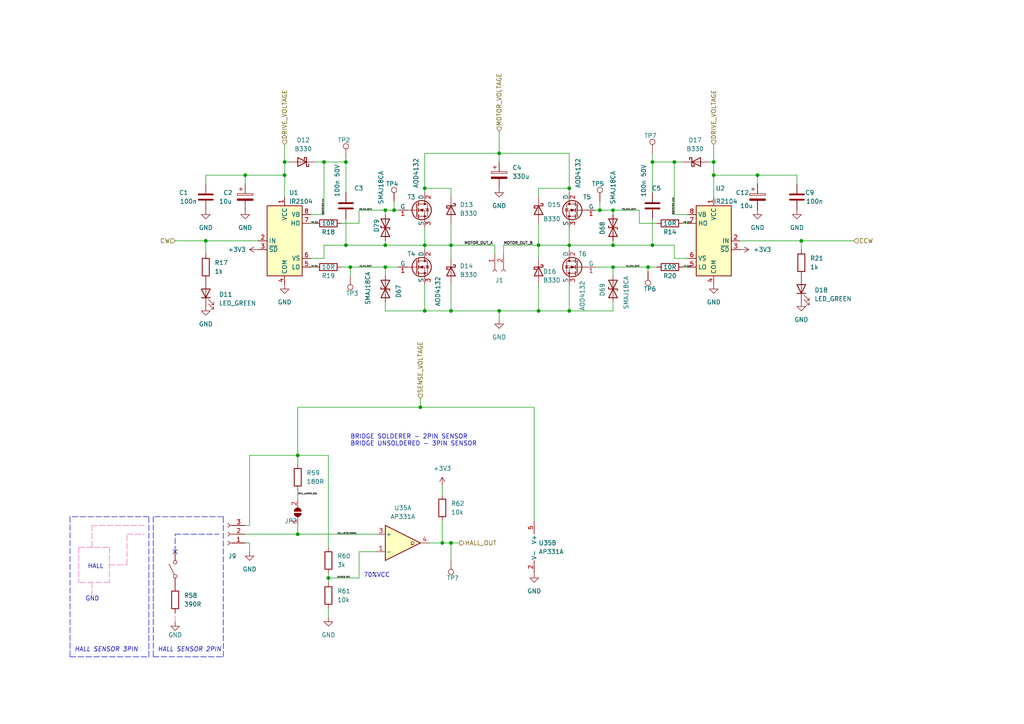
<source format=kicad_sch>
(kicad_sch (version 20211123) (generator eeschema)
  (paper "A4")
  (lib_symbols
    (symbol "Connector:Conn_01x02_Female" (pin_names (offset 1.016) hide)
      (property "Reference" "J" (at 0 2.54 0))
      (property "Value" "Conn_01x02_Female" (at 0 -5.08 0))
      (symbol "Conn_01x02_Female_1_1"
        (arc (start 0 -2.032) (mid -0.508 -2.54) (end 0 -3.048) (stroke (width 0.1524)))
        (polyline (pts (xy -1.27 -2.54) (xy -0.508 -2.54)) (stroke (width 0.1524)))
        (polyline (pts (xy -1.27 0) (xy -0.508 0)) (stroke (width 0.1524)))
        (arc (start 0 0.508) (mid -0.508 0) (end 0 -0.508) (stroke (width 0.1524)))
        (pin passive line (at -5.08 0 0) (length 3.81) (name "Pin_1") (number "1"))
        (pin passive line (at -5.08 -2.54 0) (length 3.81) (name "Pin_2") (number "2"))
      )
    )
    (symbol "Connector:Conn_01x03_Female" (pin_names (offset 1.016) hide)
      (property "Reference" "J" (at 0 5.08 0))
      (property "Value" "Conn_01x03_Female" (at 0 -5.08 0))
      (symbol "Conn_01x03_Female_1_1"
        (arc (start 0 -2.032) (mid -0.508 -2.54) (end 0 -3.048) (stroke (width 0.1524)))
        (polyline (pts (xy -1.27 -2.54) (xy -0.508 -2.54)) (stroke (width 0.1524)))
        (polyline (pts (xy -1.27 0) (xy -0.508 0)) (stroke (width 0.1524)))
        (polyline (pts (xy -1.27 2.54) (xy -0.508 2.54)) (stroke (width 0.1524)))
        (arc (start 0 0.508) (mid -0.508 0) (end 0 -0.508) (stroke (width 0.1524)))
        (arc (start 0 3.048) (mid -0.508 2.54) (end 0 2.032) (stroke (width 0.1524)))
        (pin passive line (at -5.08 2.54 0) (length 3.81) (name "Pin_1") (number "1"))
        (pin passive line (at -5.08 0 0) (length 3.81) (name "Pin_2") (number "2"))
        (pin passive line (at -5.08 -2.54 0) (length 3.81) (name "Pin_3") (number "3"))
      )
    )
    (symbol "Connector:TestPoint" (pin_numbers hide) (pin_names (offset 0.762) hide)
      (property "Reference" "TP" (at 0 6.858 0))
      (property "Value" "TestPoint" (at 0 5.08 0))
      (symbol "TestPoint_0_1"
        (circle (center 0 3.302) (radius 0.762))
      )
      (symbol "TestPoint_1_1"
        (pin passive line (at 0 0 90) (length 2.54) (name "1") (number "1"))
      )
    )
    (symbol "Device:C" (pin_numbers hide) (pin_names (offset 0.254))
      (property "Reference" "C" (at 0.635 2.54 0))
      (property "Value" "C" (at 0.635 -2.54 0))
      (symbol "C_0_1"
        (polyline (pts (xy -2.032 -0.762) (xy 2.032 -0.762)) (stroke (width 0.508)))
        (polyline (pts (xy -2.032 0.762) (xy 2.032 0.762)) (stroke (width 0.508)))
      )
      (symbol "C_1_1"
        (pin passive line (at 0 3.81 270) (length 2.794) (name "~") (number "1"))
        (pin passive line (at 0 -3.81 90) (length 2.794) (name "~") (number "2"))
      )
    )
    (symbol "Device:C_Polarized" (pin_numbers hide) (pin_names (offset 0.254))
      (property "Reference" "C" (at 0.635 2.54 0))
      (property "Value" "C_Polarized" (at 0.635 -2.54 0))
      (symbol "C_Polarized_0_1"
        (rectangle (start -2.286 0.508) (end 2.286 1.016))
        (polyline (pts (xy -1.778 2.286) (xy -0.762 2.286)))
        (polyline (pts (xy -1.27 2.794) (xy -1.27 1.778)))
        (rectangle (start 2.286 -0.508) (end -2.286 -1.016) (fill (type outline)))
      )
      (symbol "C_Polarized_1_1"
        (pin passive line (at 0 3.81 270) (length 2.794) (name "~") (number "1"))
        (pin passive line (at 0 -3.81 90) (length 2.794) (name "~") (number "2"))
      )
    )
    (symbol "Device:LED" (pin_numbers hide) (pin_names (offset 1.016) hide)
      (property "Reference" "D" (at 0 2.54 0))
      (property "Value" "LED" (at 0 -2.54 0))
      (symbol "LED_0_1"
        (polyline (pts (xy -1.27 -1.27) (xy -1.27 1.27)) (stroke (width 0.254)))
        (polyline (pts (xy -1.27 0) (xy 1.27 0)))
        (polyline (pts (xy 1.27 -1.27) (xy 1.27 1.27) (xy -1.27 0) (xy 1.27 -1.27)) (stroke (width 0.254)))
        (polyline (pts (xy -3.048 -0.762) (xy -4.572 -2.286) (xy -3.81 -2.286) (xy -4.572 -2.286) (xy -4.572 -1.524)))
        (polyline (pts (xy -1.778 -0.762) (xy -3.302 -2.286) (xy -2.54 -2.286) (xy -3.302 -2.286) (xy -3.302 -1.524)))
      )
      (symbol "LED_1_1"
        (pin passive line (at -3.81 0 0) (length 2.54) (name "K") (number "1"))
        (pin passive line (at 3.81 0 180) (length 2.54) (name "A") (number "2"))
      )
    )
    (symbol "Device:R" (pin_numbers hide) (pin_names (offset 0))
      (property "Reference" "R" (at 2.032 0 90))
      (property "Value" "R" (at 0 0 90))
      (symbol "R_0_1"
        (rectangle (start -1.016 -2.54) (end 1.016 2.54) (stroke (width 0.254)))
      )
      (symbol "R_1_1"
        (pin passive line (at 0 3.81 270) (length 1.27) (name "~") (number "1"))
        (pin passive line (at 0 -3.81 90) (length 1.27) (name "~") (number "2"))
      )
    )
    (symbol "Diode:1.5KExxCA" (pin_numbers hide) (pin_names (offset 1.016) hide)
      (property "Reference" "D" (at 0 2.54 0))
      (property "Value" "1.5KExxCA" (at 0 -2.54 0))
      (symbol "1.5KExxCA_0_1"
        (polyline (pts (xy 1.27 0) (xy -1.27 0)))
        (polyline (pts (xy -2.54 -1.27) (xy 0 0) (xy -2.54 1.27) (xy -2.54 -1.27)) (stroke (width 0.254)))
        (polyline (pts (xy 0.508 1.27) (xy 0 1.27) (xy 0 -1.27) (xy -0.508 -1.27)) (stroke (width 0.254)))
        (polyline (pts (xy 2.54 1.27) (xy 2.54 -1.27) (xy 0 0) (xy 2.54 1.27)) (stroke (width 0.254)))
      )
      (symbol "1.5KExxCA_1_1"
        (pin passive line (at -3.81 0 0) (length 2.54) (name "A1") (number "1"))
        (pin passive line (at 3.81 0 180) (length 2.54) (name "A2") (number "2"))
      )
    )
    (symbol "Diode:B330" (pin_numbers hide) (pin_names (offset 1.016) hide)
      (property "Reference" "D" (at 0 2.54 0))
      (property "Value" "B330" (at 0 -2.54 0))
      (symbol "B330_0_1"
        (polyline (pts (xy 1.27 0) (xy -1.27 0)))
        (polyline (pts (xy 1.27 1.27) (xy 1.27 -1.27) (xy -1.27 0) (xy 1.27 1.27)) (stroke (width 0.254)))
        (polyline (pts (xy -1.905 0.635) (xy -1.905 1.27) (xy -1.27 1.27) (xy -1.27 -1.27) (xy -0.635 -1.27) (xy -0.635 -0.635)) (stroke (width 0.254)))
      )
      (symbol "B330_1_1"
        (pin passive line (at -3.81 0 0) (length 2.54) (name "K") (number "1"))
        (pin passive line (at 3.81 0 180) (length 2.54) (name "A") (number "2"))
      )
    )
    (symbol "Jumper:SolderJumper_2_Open" (pin_names (offset 0) hide)
      (property "Reference" "JP" (at 0 2.032 0))
      (property "Value" "SolderJumper_2_Open" (at 0 -2.54 0))
      (symbol "SolderJumper_2_Open_0_1"
        (arc (start -0.254 1.016) (mid -1.27 0) (end -0.254 -1.016))
        (arc (start -0.254 1.016) (mid -1.27 0) (end -0.254 -1.016) (fill (type outline)))
        (polyline (pts (xy -0.254 1.016) (xy -0.254 -1.016)))
        (polyline (pts (xy 0.254 1.016) (xy 0.254 -1.016)))
        (arc (start 0.254 -1.016) (mid 1.27 0) (end 0.254 1.016))
        (arc (start 0.254 -1.016) (mid 1.27 0) (end 0.254 1.016) (fill (type outline)))
      )
      (symbol "SolderJumper_2_Open_1_1"
        (pin passive line (at -3.81 0 0) (length 2.54) (name "A") (number "1"))
        (pin passive line (at 3.81 0 180) (length 2.54) (name "B") (number "2"))
      )
    )
    (symbol "Switch:SW_SPST" (pin_numbers hide) (pin_names (offset 0) hide)
      (property "Reference" "SW" (at 0 3.175 0))
      (property "Value" "SW_SPST" (at 0 -2.54 0))
      (symbol "SW_SPST_0_0"
        (circle (center -2.032 0) (radius 0.508))
        (polyline (pts (xy -1.524 0.254) (xy 1.524 1.778)))
        (circle (center 2.032 0) (radius 0.508))
      )
      (symbol "SW_SPST_1_1"
        (pin passive line (at -5.08 0 0) (length 2.54) (name "A") (number "1"))
        (pin passive line (at 5.08 0 180) (length 2.54) (name "B") (number "2"))
      )
    )
    (symbol "_IntegratedCircuits:AP331A" (pin_names (offset 0.127))
      (property "Reference" "U" (at 0 12.7 0))
      (property "Value" "AP331A" (at 0 10.16 0))
      (symbol "AP331A_1_1"
        (polyline (pts (xy -5.08 5.08) (xy 5.08 0) (xy -5.08 -5.08) (xy -5.08 5.08)) (stroke (width 0.254)) (fill (type background)))
        (polyline (pts (xy 3.302 -0.508) (xy 2.794 -0.508) (xy 3.302 0) (xy 2.794 0.508) (xy 2.286 0) (xy 2.794 -0.508) (xy 2.286 -0.508)) (stroke (width 0.127)))
        (pin input line (at -7.62 -2.54 0) (length 2.54) (name "-") (number "1"))
        (pin input line (at -7.62 2.54 0) (length 2.54) (name "+") (number "3"))
        (pin open_collector line (at 7.62 0 180) (length 2.54) (name "~") (number "4"))
      )
      (symbol "AP331A_2_1"
        (pin power_in line (at 0 -7.62 90) (length 3.81) (name "V-") (number "2"))
        (pin power_in line (at 0 7.62 270) (length 3.81) (name "V+") (number "5"))
      )
    )
    (symbol "_IntegratedCircuits:IR2104"
      (property "Reference" "U" (at 1.27 13.335 0))
      (property "Value" "IR2104" (at 1.27 11.43 0))
      (symbol "IR2104_0_1"
        (rectangle (start -5.08 -10.16) (end 5.08 10.16) (stroke (width 0.254)) (fill (type background)))
      )
      (symbol "IR2104_1_1"
        (pin passive line (at 0 12.7 270) (length 2.54) (name "VCC") (number "1"))
        (pin passive line (at -7.62 0 0) (length 2.54) (name "IN") (number "2"))
        (pin passive line (at -7.62 -2.54 0) (length 2.54) (name "~{SD}") (number "3"))
        (pin passive line (at 0 -12.7 90) (length 2.54) (name "COM") (number "4"))
        (pin passive line (at 7.62 -7.62 180) (length 2.54) (name "LO") (number "5"))
        (pin passive line (at 7.62 -5.08 180) (length 2.54) (name "VS") (number "6"))
        (pin passive line (at 7.62 5.08 180) (length 2.54) (name "HO") (number "7"))
        (pin passive line (at 7.62 7.62 180) (length 2.54) (name "VB") (number "8"))
      )
    )
    (symbol "_Transistors:AOD4132" (pin_names (offset 0))
      (property "Reference" "T" (at 0 8.89 0))
      (property "Value" "AOD4132" (at 0 6.35 0))
      (symbol "AOD4132_0_1"
        (circle (center -0.889 0) (radius 2.794) (stroke (width 0.254)))
        (circle (center 0 -1.778) (radius 0.254) (fill (type outline)))
        (polyline (pts (xy -2.286 0) (xy -5.08 0)))
        (polyline (pts (xy -2.286 1.905) (xy -2.286 -1.905)) (stroke (width 0.254)))
        (polyline (pts (xy -1.778 -1.27) (xy -1.778 -2.286)) (stroke (width 0.254)))
        (polyline (pts (xy -1.778 0.508) (xy -1.778 -0.508)) (stroke (width 0.254)))
        (polyline (pts (xy -1.778 2.286) (xy -1.778 1.27)) (stroke (width 0.254)))
        (polyline (pts (xy 0 2.54) (xy 0 1.778)))
        (polyline (pts (xy 0 -2.54) (xy 0 0) (xy -1.778 0)))
        (polyline (pts (xy -1.778 -1.778) (xy 0.762 -1.778) (xy 0.762 1.778) (xy -1.778 1.778)))
        (polyline (pts (xy -1.524 0) (xy -0.508 0.381) (xy -0.508 -0.381) (xy -1.524 0)) (fill (type outline)))
        (polyline (pts (xy 0.254 0.508) (xy 0.381 0.381) (xy 1.143 0.381) (xy 1.27 0.254)))
        (polyline (pts (xy 0.762 0.381) (xy 0.381 -0.254) (xy 1.143 -0.254) (xy 0.762 0.381)))
        (circle (center 0 1.778) (radius 0.254) (fill (type outline)))
      )
      (symbol "AOD4132_1_1"
        (pin input line (at -7.62 0 0) (length 2.54) (name "G") (number "1"))
        (pin passive line (at 0 5.08 270) (length 2.54) (name "D") (number "2"))
        (pin passive line (at 0 -5.08 90) (length 2.54) (name "S") (number "3"))
      )
    )
    (symbol "power:+3.3V" (power) (pin_names (offset 0))
      (property "Value" "+3.3V" (at 0 3.556 0))
      (symbol "+3.3V_0_1"
        (polyline (pts (xy -0.762 1.27) (xy 0 2.54)))
        (polyline (pts (xy 0 0) (xy 0 2.54)))
        (polyline (pts (xy 0 2.54) (xy 0.762 1.27)))
      )
      (symbol "+3.3V_1_1"
        (pin power_in line (at 0 0 90) (length 0) hide (name "+3V3") (number "1"))
      )
    )
    (symbol "power:GND" (power) (pin_names (offset 0))
      (property "Value" "GND" (at 0 -3.81 0))
      (symbol "GND_0_1"
        (polyline (pts (xy 0 0) (xy 0 -1.27) (xy 1.27 -1.27) (xy 0 -2.54) (xy -1.27 -1.27) (xy 0 -1.27)))
      )
      (symbol "GND_1_1"
        (pin power_in line (at 0 0 270) (length 0) hide (name "GND") (number "1"))
      )
    )
  )
  (junction (at 219.71 50.8))
  (junction (at 82.55 50.8))
  (junction (at 189.23 71.12))
  (junction (at 123.19 54.61))
  (junction (at 111.76 60.96))
  (junction (at 82.55 46.99))
  (junction (at 123.19 71.12))
  (junction (at 144.78 44.45))
  (junction (at 130.81 157.48))
  (junction (at 123.19 90.17))
  (junction (at 144.78 90.17))
  (junction (at 156.21 71.12))
  (junction (at 177.8 71.12))
  (junction (at 59.69 69.85))
  (junction (at 130.81 71.12))
  (junction (at 130.81 90.17))
  (junction (at 232.41 69.85))
  (junction (at 71.12 50.8))
  (junction (at 207.01 50.8))
  (junction (at 207.01 46.99))
  (junction (at 165.1 54.61))
  (junction (at 111.76 77.47))
  (junction (at 173.99 60.96))
  (junction (at 165.1 90.17))
  (junction (at 165.1 71.12))
  (junction (at 86.36 132.08))
  (junction (at 128.27 157.48))
  (junction (at 86.36 154.94))
  (junction (at 189.23 46.99))
  (junction (at 156.21 90.17))
  (junction (at 100.33 46.99))
  (junction (at 114.3 60.96))
  (junction (at 101.6 77.47))
  (junction (at 177.8 60.96))
  (junction (at 93.98 46.99))
  (junction (at 187.96 77.47))
  (junction (at 111.76 71.12))
  (junction (at 100.33 71.12))
  (junction (at 195.58 46.99))
  (junction (at 95.25 167.64))
  (junction (at 177.8 77.47))
  (junction (at 121.92 118.11))
  (no_connect (at 50.8 160.02))
  (wire (pts (xy 50.8 69.85) (xy 59.69 69.85)))
  (wire (pts (xy 185.42 60.96) (xy 185.42 64.77)))
  (wire (pts (xy 172.72 77.47) (xy 177.8 77.47)))
  (wire (pts (xy 90.17 77.47) (xy 91.44 77.47)))
  (wire (pts (xy 123.19 90.17) (xy 130.81 90.17)))
  (wire (pts (xy 59.69 53.34) (xy 59.69 50.8)))
  (wire (pts (xy 146.05 71.12) (xy 156.21 71.12)))
  (wire (pts (xy 128.27 151.13) (xy 128.27 157.48)))
  (wire (pts (xy 50.8 180.34) (xy 50.8 177.8)) (stroke (width 0) (type dash) (color 255 82 172 1)))
  (wire (pts (xy 165.1 82.55) (xy 165.1 90.17)))
  (wire (pts (xy 95.25 158.75) (xy 95.25 132.08)))
  (wire (pts (xy 189.23 55.88) (xy 189.23 46.99)))
  (wire (pts (xy 124.46 157.48) (xy 128.27 157.48)))
  (polyline (pts (xy 31.75 163.83) (xy 36.83 163.83)) (stroke (width 0) (color 255 82 172 1)))
  (wire (pts (xy 86.36 152.4) (xy 86.36 154.94)))
  (wire (pts (xy 72.39 157.48) (xy 72.39 160.02)))
  (wire (pts (xy 195.58 71.12) (xy 195.58 74.93)))
  (wire (pts (xy 130.81 71.12) (xy 143.51 71.12)))
  (polyline (pts (xy 43.18 149.86) (xy 20.32 149.86)))
  (wire (pts (xy 123.19 54.61) (xy 130.81 54.61)))
  (wire (pts (xy 219.71 53.34) (xy 219.71 50.8)))
  (wire (pts (xy 59.69 50.8) (xy 71.12 50.8)))
  (wire (pts (xy 144.78 44.45) (xy 144.78 46.99)))
  (polyline (pts (xy 31.75 168.91) (xy 22.86 168.91)) (stroke (width 0) (color 255 82 172 1)))
  (wire (pts (xy 195.58 74.93) (xy 199.39 74.93)))
  (wire (pts (xy 177.8 87.63) (xy 177.8 90.17)))
  (wire (pts (xy 111.76 90.17) (xy 123.19 90.17)))
  (wire (pts (xy 95.25 167.64) (xy 95.25 168.91)))
  (wire (pts (xy 177.8 77.47) (xy 177.8 80.01)))
  (wire (pts (xy 165.1 71.12) (xy 165.1 72.39)))
  (wire (pts (xy 177.8 90.17) (xy 165.1 90.17)))
  (wire (pts (xy 111.76 60.96) (xy 111.76 62.23)))
  (wire (pts (xy 205.74 46.99) (xy 207.01 46.99)))
  (polyline (pts (xy 50.8 154.94) (xy 63.5 154.94)))
  (wire (pts (xy 104.14 160.02) (xy 109.22 160.02)))
  (polyline (pts (xy 36.83 154.94) (xy 41.91 154.94)) (stroke (width 0) (color 255 82 172 1)))
  (wire (pts (xy 173.99 60.96) (xy 177.8 60.96)))
  (wire (pts (xy 101.6 77.47) (xy 111.76 77.47)))
  (wire (pts (xy 111.76 60.96) (xy 104.14 60.96)))
  (wire (pts (xy 123.19 71.12) (xy 130.81 71.12)))
  (wire (pts (xy 111.76 80.01) (xy 111.76 77.47)))
  (wire (pts (xy 173.99 58.42) (xy 173.99 60.96)))
  (polyline (pts (xy 20.32 190.5) (xy 43.18 190.5)))
  (wire (pts (xy 95.25 176.53) (xy 95.25 179.07)))
  (wire (pts (xy 104.14 60.96) (xy 104.14 64.77)))
  (wire (pts (xy 93.98 62.23) (xy 90.17 62.23)))
  (wire (pts (xy 189.23 71.12) (xy 195.58 71.12)))
  (wire (pts (xy 72.39 132.08) (xy 72.39 152.4)))
  (wire (pts (xy 123.19 44.45) (xy 144.78 44.45)))
  (wire (pts (xy 231.14 53.34) (xy 231.14 50.8)))
  (wire (pts (xy 156.21 90.17) (xy 165.1 90.17)))
  (polyline (pts (xy 31.75 158.75) (xy 31.75 168.91)) (stroke (width 0) (color 255 82 172 1)))
  (wire (pts (xy 100.33 71.12) (xy 111.76 71.12)))
  (wire (pts (xy 207.01 50.8) (xy 207.01 57.15)))
  (polyline (pts (xy 41.91 152.4) (xy 26.67 152.4)) (stroke (width 0) (color 255 82 172 1)))
  (wire (pts (xy 100.33 46.99) (xy 93.98 46.99)))
  (wire (pts (xy 177.8 71.12) (xy 189.23 71.12)))
  (wire (pts (xy 128.27 140.97) (xy 128.27 143.51)))
  (wire (pts (xy 156.21 64.77) (xy 156.21 71.12)))
  (wire (pts (xy 82.55 46.99) (xy 82.55 50.8)))
  (wire (pts (xy 198.12 77.47) (xy 199.39 77.47)))
  (wire (pts (xy 104.14 64.77) (xy 99.06 64.77)))
  (wire (pts (xy 114.3 58.42) (xy 114.3 60.96)))
  (wire (pts (xy 100.33 63.5) (xy 100.33 71.12)))
  (wire (pts (xy 187.96 77.47) (xy 187.96 78.74)))
  (wire (pts (xy 232.41 69.85) (xy 232.41 72.39)))
  (wire (pts (xy 189.23 46.99) (xy 195.58 46.99)))
  (wire (pts (xy 165.1 54.61) (xy 165.1 55.88)))
  (wire (pts (xy 95.25 166.37) (xy 95.25 167.64)))
  (wire (pts (xy 165.1 66.04) (xy 165.1 71.12)))
  (wire (pts (xy 232.41 69.85) (xy 214.63 69.85)))
  (wire (pts (xy 95.25 132.08) (xy 86.36 132.08)))
  (wire (pts (xy 86.36 118.11) (xy 86.36 132.08)))
  (wire (pts (xy 86.36 132.08) (xy 86.36 134.62)))
  (wire (pts (xy 144.78 38.1) (xy 144.78 44.45)))
  (wire (pts (xy 219.71 50.8) (xy 231.14 50.8)))
  (polyline (pts (xy 26.67 152.4) (xy 26.67 158.75)) (stroke (width 0) (color 255 82 172 1)))
  (wire (pts (xy 232.41 69.85) (xy 247.65 69.85)))
  (wire (pts (xy 207.01 46.99) (xy 207.01 50.8)))
  (polyline (pts (xy 22.86 158.75) (xy 31.75 158.75)) (stroke (width 0) (color 255 82 172 1)))
  (wire (pts (xy 154.94 118.11) (xy 121.92 118.11)))
  (wire (pts (xy 59.69 69.85) (xy 74.93 69.85)))
  (wire (pts (xy 72.39 132.08) (xy 86.36 132.08)))
  (wire (pts (xy 115.57 60.96) (xy 114.3 60.96)))
  (wire (pts (xy 71.12 53.34) (xy 71.12 50.8)))
  (wire (pts (xy 114.3 60.96) (xy 111.76 60.96)))
  (wire (pts (xy 59.69 69.85) (xy 59.69 73.66)))
  (wire (pts (xy 111.76 87.63) (xy 111.76 90.17)))
  (wire (pts (xy 130.81 64.77) (xy 130.81 71.12)))
  (wire (pts (xy 100.33 45.72) (xy 100.33 46.99)))
  (wire (pts (xy 93.98 74.93) (xy 90.17 74.93)))
  (wire (pts (xy 146.05 71.12) (xy 146.05 73.66)))
  (wire (pts (xy 144.78 90.17) (xy 156.21 90.17)))
  (wire (pts (xy 130.81 57.15) (xy 130.81 54.61)))
  (wire (pts (xy 156.21 71.12) (xy 165.1 71.12)))
  (wire (pts (xy 90.17 64.77) (xy 91.44 64.77)))
  (polyline (pts (xy 20.32 149.86) (xy 20.32 190.5)))
  (wire (pts (xy 130.81 157.48) (xy 130.81 162.56)))
  (wire (pts (xy 154.94 118.11) (xy 154.94 151.13)))
  (wire (pts (xy 99.06 77.47) (xy 101.6 77.47)))
  (wire (pts (xy 195.58 46.99) (xy 198.12 46.99)))
  (wire (pts (xy 71.12 154.94) (xy 86.36 154.94)))
  (wire (pts (xy 189.23 44.45) (xy 189.23 46.99)))
  (wire (pts (xy 144.78 44.45) (xy 165.1 44.45)))
  (wire (pts (xy 101.6 77.47) (xy 101.6 80.01)))
  (wire (pts (xy 121.92 118.11) (xy 86.36 118.11)))
  (wire (pts (xy 172.72 60.96) (xy 173.99 60.96)))
  (wire (pts (xy 95.25 167.64) (xy 104.14 167.64)))
  (wire (pts (xy 82.55 50.8) (xy 82.55 57.15)))
  (wire (pts (xy 71.12 50.8) (xy 82.55 50.8)))
  (wire (pts (xy 93.98 46.99) (xy 93.98 62.23)))
  (wire (pts (xy 123.19 44.45) (xy 123.19 54.61)))
  (wire (pts (xy 86.36 154.94) (xy 109.22 154.94)))
  (wire (pts (xy 130.81 90.17) (xy 144.78 90.17)))
  (wire (pts (xy 156.21 71.12) (xy 156.21 74.93)))
  (wire (pts (xy 207.01 41.91) (xy 207.01 46.99)))
  (wire (pts (xy 143.51 71.12) (xy 143.51 73.66)))
  (wire (pts (xy 130.81 71.12) (xy 130.81 74.93)))
  (wire (pts (xy 177.8 77.47) (xy 187.96 77.47)))
  (wire (pts (xy 123.19 71.12) (xy 123.19 72.39)))
  (wire (pts (xy 100.33 55.88) (xy 100.33 46.99)))
  (wire (pts (xy 71.12 152.4) (xy 72.39 152.4)))
  (wire (pts (xy 111.76 77.47) (xy 115.57 77.47)))
  (wire (pts (xy 185.42 64.77) (xy 190.5 64.77)))
  (wire (pts (xy 86.36 142.24) (xy 86.36 144.78)))
  (wire (pts (xy 207.01 50.8) (xy 219.71 50.8)))
  (wire (pts (xy 83.82 46.99) (xy 82.55 46.99)))
  (polyline (pts (xy 44.45 190.5) (xy 64.77 190.5)))
  (polyline (pts (xy 64.77 190.5) (xy 64.77 149.86)))
  (wire (pts (xy 177.8 60.96) (xy 185.42 60.96)))
  (polyline (pts (xy 44.45 149.86) (xy 44.45 190.5)))
  (wire (pts (xy 111.76 71.12) (xy 123.19 71.12)))
  (wire (pts (xy 123.19 54.61) (xy 123.19 55.88)))
  (wire (pts (xy 195.58 46.99) (xy 195.58 62.23)))
  (wire (pts (xy 82.55 41.91) (xy 82.55 46.99)))
  (wire (pts (xy 144.78 92.71) (xy 144.78 90.17)))
  (wire (pts (xy 130.81 82.55) (xy 130.81 90.17)))
  (polyline (pts (xy 36.83 163.83) (xy 36.83 154.94)) (stroke (width 0) (color 255 82 172 1)))
  (wire (pts (xy 156.21 82.55) (xy 156.21 90.17)))
  (wire (pts (xy 93.98 71.12) (xy 93.98 74.93)))
  (wire (pts (xy 187.96 77.47) (xy 190.5 77.47)))
  (wire (pts (xy 104.14 167.64) (xy 104.14 160.02)))
  (wire (pts (xy 130.81 157.48) (xy 133.35 157.48)))
  (wire (pts (xy 123.19 82.55) (xy 123.19 90.17)))
  (wire (pts (xy 123.19 66.04) (xy 123.19 71.12)))
  (wire (pts (xy 71.12 157.48) (xy 72.39 157.48)))
  (wire (pts (xy 156.21 54.61) (xy 165.1 54.61)))
  (polyline (pts (xy 43.18 190.5) (xy 43.18 149.86)))
  (polyline (pts (xy 26.67 168.91) (xy 26.67 172.72)) (stroke (width 0) (color 255 82 172 1)))
  (wire (pts (xy 177.8 69.85) (xy 177.8 71.12)))
  (wire (pts (xy 100.33 71.12) (xy 93.98 71.12)))
  (wire (pts (xy 177.8 60.96) (xy 177.8 62.23)))
  (polyline (pts (xy 64.77 149.86) (xy 44.45 149.86)))
  (wire (pts (xy 111.76 69.85) (xy 111.76 71.12)))
  (wire (pts (xy 198.12 64.77) (xy 199.39 64.77)))
  (polyline (pts (xy 22.86 158.75) (xy 22.86 168.91)) (stroke (width 0) (color 255 82 172 1)))
  (wire (pts (xy 195.58 62.23) (xy 199.39 62.23)))
  (wire (pts (xy 93.98 46.99) (xy 91.44 46.99)))
  (wire (pts (xy 156.21 57.15) (xy 156.21 54.61)))
  (wire (pts (xy 165.1 44.45) (xy 165.1 54.61)))
  (wire (pts (xy 128.27 157.48) (xy 130.81 157.48)))
  (wire (pts (xy 165.1 71.12) (xy 177.8 71.12)))
  (polyline (pts (xy 50.8 160.02) (xy 50.8 154.94)))
  (wire (pts (xy 121.92 115.57) (xy 121.92 118.11)))
  (wire (pts (xy 189.23 63.5) (xy 189.23 71.12)))
  (text "HALL" (at 25.4 165.1 0) (effects (font (size 1.27 1.27)) (justify left bottom)))
  (text "70%VCC" (at 105.41 167.64 0) (effects (font (size 1.27 1.27)) (justify left bottom)))
  (text "HALL SENSOR 2PIN\n" (at 45.72 189.23 0) (effects (font (size 1.27 1.27) italic) (justify left bottom)))
  (text "GND\n" (at 24.7505 174.5085 0) (effects (font (size 1.27 1.27)) (justify left bottom)))
  (text "HALL SENSOR 3PIN\n" (at 21.59 189.23 0) (effects (font (size 1.27 1.27) italic) (justify left bottom)))
  (text "BRIDGE SOLDERER - 2PIN SENSOR\nBRIDGE UNSOLDERED - 3PIN SENSOR" (at 101.6 129.54 0) (effects (font (size 1.27 1.27)) (justify left bottom)))
  (label "HO_CCW" (at 198.12 64.77 0) (effects (font (size 0.4 0.4))))
  (label "BOOTSTRAP_CCW" (at 195.58 62.23 90) (effects (font (size 0.4 0.4))))
  (label "HALL_SENS_SIGNAL" (at 97.79 154.94 0) (effects (font (size 0.4 0.4))))
  (label "HO_CW_GATE" (at 104.14 60.96 0) (effects (font (size 0.4 0.4))))
  (label "LO_CW_GATE" (at 104.14 77.47 0) (effects (font (size 0.4 0.4))))
  (label "LO_CCW_GATE" (at 181.4471 77.47 0) (effects (font (size 0.4 0.4))))
  (label "MOTOR_OUT_B" (at 146.05 71.12 0) (effects (font (size 0.8 0.8))))
  (label "LO_CCW" (at 198.12 77.47 0) (effects (font (size 0.4 0.4))))
  (label "DIVIDER_REF" (at 97.79 167.64 0) (effects (font (size 0.4 0.4))))
  (label "HO_CW" (at 90.17 64.77 0) (effects (font (size 0.4 0.4))))
  (label "LO_CW" (at 90.17 77.47 0) (effects (font (size 0.4 0.4))))
  (label "2PIN_JUMPER_RES" (at 86.36 143.51 0) (effects (font (size 0.4 0.4))))
  (label "HO_CCW_GATE" (at 180.34 60.96 0) (effects (font (size 0.4 0.4))))
  (label "BOOTSTRAP_CW" (at 93.98 62.23 90) (effects (font (size 0.4 0.4))))
  (label "MOTOR_OUT_A" (at 134.62 71.12 0) (effects (font (size 0.8 0.8))))
  (hierarchical_label "CCW" (shape input) (at 247.65 69.85 0))
  (hierarchical_label "CW" (shape input) (at 50.8 69.85 180))
  (hierarchical_label "MOTOR_VOLTAGE" (shape input) (at 144.78 38.1 90))
  (hierarchical_label "DRIVE_VOLTAGE" (shape input) (at 207.01 41.91 90))
  (hierarchical_label "DRIVE_VOLTAGE" (shape input) (at 82.55 41.91 90))
  (hierarchical_label "HALL_OUT" (shape output) (at 133.35 157.48 0))
  (hierarchical_label "SENSE_VOLTAGE" (shape input) (at 121.92 115.57 90))
  (symbol (lib_id "Connector:TestPoint") (at 173.99 58.42 0) (unit 1)
    (property "Reference" "TP5" (at 175.26 53.34 0) (effects (justify right)))
    (property "Value" "TestPoint" (effects hide))
    (property "Footprint" "TestPoint:TestPoint_THTPad_1.0x1.0mm_Drill0.5mm" (effects hide))
  )
  (symbol (lib_id "Device:R") (at 95.25 162.56 180) (unit 1)
    (property "Reference" "R60" (at 97.79 161.2899 0) (effects (justify right)))
    (property "Value" "3k" (at 97.79 163.8299 0) (effects (justify right)))
    (property "Footprint" "Resistor_SMD:R_0603_1608Metric_Pad0.98x0.95mm_HandSolder" (effects hide))
  )
  (symbol (lib_id "Device:R") (at 194.31 77.47 90) (unit 1)
    (property "Reference" "R20" (at 194.31 80.01 90))
    (property "Value" "10R" (at 194.31 77.47 90))
    (property "Footprint" "Resistor_SMD:R_0603_1608Metric_Pad0.98x0.95mm_HandSolder" (effects hide))
  )
  (symbol (lib_id "_Transistors:AOD4132") (at 123.19 77.47 0) (unit 1)
    (property "Reference" "T4" (at 118.11 73.66 0) (effects (justify left)))
    (property "Value" "AOD4132" (at 127 88.9 90) (effects (justify left)))
    (property "Footprint" "_Transistors:AOD4132" (effects hide))
    (property "Datasheet" "https://www.tme.eu/Document/f8dd05d6207ccfb955075b387a04da09/AOD4132.pdf" (effects hide))
  )
  (symbol (lib_id "power:+3.3V") (at 74.93 72.39 90) (unit 1)
    (property "Reference" "#PWR04" (effects hide))
    (property "Value" "+3.3V" (at 66.04 72.39 90) (effects (justify right)))
  )
  (symbol (lib_id "Connector:TestPoint") (at 100.33 45.72 0) (unit 1)
    (property "Reference" "TP2" (at 101.6 40.64 0) (effects (justify right)))
    (property "Value" "TestPoint" (effects hide))
    (property "Footprint" "TestPoint:TestPoint_THTPad_1.0x1.0mm_Drill0.5mm" (effects hide))
  )
  (symbol (lib_id "Device:R") (at 59.69 77.47 0) (unit 1)
    (property "Reference" "R17" (at 62.23 76.1999 0) (effects (justify left)))
    (property "Value" "1k" (at 62.23 78.7399 0) (effects (justify left)))
    (property "Footprint" "Resistor_SMD:R_0603_1608Metric_Pad0.98x0.95mm_HandSolder" (effects hide))
  )
  (symbol (lib_id "Connector:TestPoint") (at 130.81 162.56 180) (unit 1)
    (property "Reference" "TP?" (at 129.54 167.64 0) (effects (justify right)))
    (property "Value" "TestPoint" (effects hide))
    (property "Footprint" "TestPoint:TestPoint_THTPad_1.0x1.0mm_Drill0.5mm" (effects hide))
  )
  (symbol (lib_id "Connector:TestPoint") (at 187.96 78.74 180) (unit 1)
    (property "Reference" "TP6" (at 186.69 83.82 0) (effects (justify right)))
    (property "Value" "TestPoint" (effects hide))
    (property "Footprint" "TestPoint:TestPoint_THTPad_1.0x1.0mm_Drill0.5mm" (effects hide))
  )
  (symbol (lib_id "power:GND") (at 71.12 60.96 0) (unit 1)
    (property "Reference" "#PWR03" (effects hide))
    (property "Value" "GND" (at 71.12 66.04 0))
  )
  (symbol (lib_id "Device:LED") (at 232.41 83.82 90) (unit 1)
    (property "Reference" "D18" (at 236.22 84.1374 90) (effects (justify right)))
    (property "Value" "LED_GREEN" (at 236.22 86.6774 90) (effects (justify right)))
    (property "Footprint" "LED_SMD:LED_0603_1608Metric_Pad1.05x0.95mm_HandSolder" (effects hide))
  )
  (symbol (lib_id "Connector:TestPoint") (at 114.3 58.42 0) (unit 1)
    (property "Reference" "TP4" (at 115.57 53.34 0) (effects (justify right)))
    (property "Value" "TestPoint" (effects hide))
    (property "Footprint" "TestPoint:TestPoint_THTPad_1.0x1.0mm_Drill0.5mm" (effects hide))
  )
  (symbol (lib_id "Diode:B330") (at 130.81 78.74 270) (unit 1)
    (property "Reference" "D14" (at 133.35 77.1524 90) (effects (justify left)))
    (property "Value" "B330" (at 133.35 79.6924 90) (effects (justify left)))
    (property "Footprint" "Diode_SMD:D_SMA_Handsoldering" (effects hide))
    (property "Datasheet" "http://www.jameco.com/Jameco/Products/ProdDS/1538777.pdf" (effects hide))
  )
  (symbol (lib_id "power:GND") (at 59.69 88.9 0) (unit 1)
    (property "Reference" "#PWR049" (effects hide))
    (property "Value" "GND" (at 59.69 93.98 0))
  )
  (symbol (lib_id "Device:C") (at 59.69 57.15 0) (mirror y) (unit 1)
    (property "Reference" "C1" (at 54.61 55.88 0) (effects (justify left)))
    (property "Value" "100n" (at 57.15 58.42 0) (effects (justify left)))
    (property "Footprint" "Capacitor_SMD:C_0603_1608Metric_Pad1.08x0.95mm_HandSolder" (effects hide))
  )
  (symbol (lib_id "Diode:1.5KExxCA") (at 111.76 83.82 90) (unit 1)
    (property "Reference" "D67" (at 115.57 82.55 0) (effects (justify right)))
    (property "Value" "SMAJ18CA" (at 106.68 78.74 0) (effects (justify right)))
    (property "Footprint" "Diode_SMD:D_SMA_Handsoldering" (effects hide))
    (property "Datasheet" "https://www.vishay.com/docs/88301/15ke.pdf" (effects hide))
  )
  (symbol (lib_id "Jumper:SolderJumper_2_Open") (at 86.36 148.59 90) (unit 1)
    (property "Reference" "JP2" (at 82.55 151.13 90) (effects (justify right)))
    (property "Value" "SolderJumper_2_Open" (effects hide))
    (property "Footprint" "Jumper:SolderJumper-2_P1.3mm_Open_TrianglePad1.0x1.5mm" (effects hide))
  )
  (symbol (lib_id "Device:R") (at 232.41 76.2 0) (unit 1)
    (property "Reference" "R21" (at 234.95 74.9299 0) (effects (justify left)))
    (property "Value" "1k" (at 234.95 77.4699 0) (effects (justify left)))
    (property "Footprint" "Resistor_SMD:R_0603_1608Metric_Pad0.98x0.95mm_HandSolder" (effects hide))
  )
  (symbol (lib_id "Device:R") (at 95.25 64.77 90) (unit 1)
    (property "Reference" "R18" (at 95.25 67.31 90))
    (property "Value" "10R" (at 95.25 64.77 90))
    (property "Footprint" "Resistor_SMD:R_0603_1608Metric_Pad0.98x0.95mm_HandSolder" (effects hide))
  )
  (symbol (lib_id "Connector:TestPoint") (at 101.6 80.01 180) (unit 1)
    (property "Reference" "TP3" (at 100.33 85.09 0) (effects (justify right)))
    (property "Value" "TestPoint" (effects hide))
    (property "Footprint" "TestPoint:TestPoint_THTPad_1.0x1.0mm_Drill0.5mm" (effects hide))
  )
  (symbol (lib_id "Diode:B330") (at 130.81 60.96 270) (unit 1)
    (property "Reference" "D13" (at 133.35 59.3724 90) (effects (justify left)))
    (property "Value" "B330" (at 133.35 61.9124 90) (effects (justify left)))
    (property "Footprint" "Diode_SMD:D_SMA_Handsoldering" (effects hide))
    (property "Datasheet" "http://www.jameco.com/Jameco/Products/ProdDS/1538777.pdf" (effects hide))
  )
  (symbol (lib_id "Connector:Conn_01x02_Female") (at 143.51 78.74 90) (mirror x) (unit 1)
    (property "Reference" "J1" (at 146.05 81.28 90) (effects (justify left)))
    (property "Value" "Conn_01x02_Female" (effects hide))
    (property "Footprint" "TerminalBlock_Phoenix:TerminalBlock_Phoenix_MKDS-1,5-2_1x02_P5.00mm_Horizontal" (effects hide))
  )
  (symbol (lib_id "Device:C") (at 231.14 57.15 0) (mirror y) (unit 1)
    (property "Reference" "C9" (at 236.22 55.88 0) (effects (justify left)))
    (property "Value" "100n" (at 238.76 58.42 0) (effects (justify left)))
    (property "Footprint" "Capacitor_SMD:C_0603_1608Metric_Pad1.08x0.95mm_HandSolder" (effects hide))
  )
  (symbol (lib_id "Device:R") (at 86.36 138.43 180) (unit 1)
    (property "Reference" "R59" (at 88.9 137.1599 0) (effects (justify right)))
    (property "Value" "180R" (at 88.9 139.6999 0) (effects (justify right)))
    (property "Footprint" "Resistor_SMD:R_0603_1608Metric_Pad0.98x0.95mm_HandSolder" (effects hide))
  )
  (symbol (lib_id "Device:R") (at 95.25 172.72 180) (unit 1)
    (property "Reference" "R61" (at 97.79 171.4499 0) (effects (justify right)))
    (property "Value" "10k" (at 97.79 173.9899 0) (effects (justify right)))
    (property "Footprint" "Resistor_SMD:R_0603_1608Metric_Pad0.98x0.95mm_HandSolder" (effects hide))
  )
  (symbol (lib_id "power:GND") (at 144.78 54.61 0) (unit 1)
    (property "Reference" "#PWR07" (effects hide))
    (property "Value" "GND" (at 144.78 59.69 0))
  )
  (symbol (lib_id "Device:C_Polarized") (at 219.71 57.15 0) (unit 1)
    (property "Reference" "C12" (at 213.36 55.88 0) (effects (justify left)))
    (property "Value" "10u" (at 214.63 59.69 0) (effects (justify left)))
    (property "Footprint" "Capacitor_SMD:CP_Elec_4x5.3" (effects hide))
  )
  (symbol (lib_id "_IntegratedCircuits:IR2104") (at 207.01 69.85 0) (mirror y) (unit 1)
    (property "Reference" "U2" (at 207.5306 54.61 0) (effects (justify right)))
    (property "Value" "IR2104" (at 207.01 58.42 0) (effects (justify right)))
    (property "Footprint" "_IntegratedCircuits:IR2104" (effects hide))
    (property "Datasheet" "https://www.infineon.com/dgdl/ir2104.pdf?fileId=5546d462533600a4015355c7c1c31671" (effects hide))
  )
  (symbol (lib_id "Device:R") (at 194.31 64.77 90) (unit 1)
    (property "Reference" "R14" (at 194.31 67.31 90))
    (property "Value" "10R" (at 194.31 64.77 90))
    (property "Footprint" "Resistor_SMD:R_0603_1608Metric_Pad0.98x0.95mm_HandSolder" (effects hide))
  )
  (symbol (lib_id "_IntegratedCircuits:IR2104") (at 82.55 69.85 0) (unit 1)
    (property "Reference" "U1" (at 83.82 55.88 0) (effects (justify left)))
    (property "Value" "IR2104" (at 83.82 58.42 0) (effects (justify left)))
    (property "Footprint" "_IntegratedCircuits:IR2104" (effects hide))
    (property "Datasheet" "https://www.infineon.com/dgdl/ir2104.pdf?fileId=5546d462533600a4015355c7c1c31671" (effects hide))
  )
  (symbol (lib_id "Device:R") (at 128.27 147.32 180) (unit 1)
    (property "Reference" "R62" (at 130.81 146.0499 0) (effects (justify right)))
    (property "Value" "10k" (at 130.81 148.5899 0) (effects (justify right)))
    (property "Footprint" "Resistor_SMD:R_0603_1608Metric_Pad0.98x0.95mm_HandSolder" (effects hide))
  )
  (symbol (lib_id "Diode:B330") (at 156.21 78.74 270) (unit 1)
    (property "Reference" "D16" (at 157.48 78.74 90) (effects (justify left)))
    (property "Value" "B330" (at 157.48 81.28 90) (effects (justify left)))
    (property "Footprint" "Diode_SMD:D_SMA_Handsoldering" (effects hide))
    (property "Datasheet" "http://www.jameco.com/Jameco/Products/ProdDS/1538777.pdf" (effects hide))
  )
  (symbol (lib_id "Connector:Conn_01x03_Female") (at 66.04 154.94 180) (unit 1)
    (property "Reference" "J9" (at 68.58 161.29 0) (effects (justify left)))
    (property "Value" "Conn_01x03_Female" (effects hide))
    (property "Footprint" "TerminalBlock_Phoenix:TerminalBlock_Phoenix_MKDS-1,5-3-5.08_1x03_P5.08mm_Horizontal" (effects hide))
  )
  (symbol (lib_id "_Transistors:AOD4132") (at 123.19 60.96 0) (unit 1)
    (property "Reference" "T3" (at 118.11 57.15 0) (effects (justify left)))
    (property "Value" "AOD4132" (at 120.65 54.61 90) (effects (justify left)))
    (property "Footprint" "_Transistors:AOD4132" (effects hide))
    (property "Datasheet" "https://www.tme.eu/Document/f8dd05d6207ccfb955075b387a04da09/AOD4132.pdf" (effects hide))
  )
  (symbol (lib_id "power:GND") (at 82.55 82.55 0) (unit 1)
    (property "Reference" "#PWR06" (effects hide))
    (property "Value" "GND" (at 82.55 87.63 0))
  )
  (symbol (lib_id "Diode:B330") (at 87.63 46.99 180) (unit 1)
    (property "Reference" "D12" (at 87.9475 40.64 0))
    (property "Value" "B330" (at 87.9475 43.18 0))
    (property "Footprint" "Diode_SMD:D_SMA_Handsoldering" (effects hide))
    (property "Datasheet" "http://www.jameco.com/Jameco/Products/ProdDS/1538777.pdf" (effects hide))
  )
  (symbol (lib_id "Device:C_Polarized") (at 71.12 57.15 0) (unit 1)
    (property "Reference" "C2" (at 64.77 55.88 0) (effects (justify left)))
    (property "Value" "10u" (at 63.5 58.42 0) (effects (justify left)))
    (property "Footprint" "Capacitor_SMD:CP_Elec_4x5.3" (effects hide))
  )
  (symbol (lib_id "power:GND") (at 219.71 60.96 0) (unit 1)
    (property "Reference" "#PWR012" (effects hide))
    (property "Value" "GND" (at 219.71 66.04 0))
  )
  (symbol (lib_id "Device:C") (at 189.23 59.69 0) (mirror y) (unit 1)
    (property "Reference" "C5" (at 191.77 54.61 0) (effects (justify left)))
    (property "Value" "100n 50V" (at 186.69 57.15 90) (effects (justify left)))
    (property "Footprint" "Capacitor_SMD:C_0805_2012Metric_Pad1.18x1.45mm_HandSolder" (effects hide))
  )
  (symbol (lib_id "Device:C") (at 100.33 59.69 0) (mirror y) (unit 1)
    (property "Reference" "C3" (at 105.41 54.61 0) (effects (justify left)))
    (property "Value" "100n 50V" (at 97.79 57.15 90) (effects (justify left)))
    (property "Footprint" "Capacitor_SMD:C_0805_2012Metric_Pad1.18x1.45mm_HandSolder" (effects hide))
  )
  (symbol (lib_id "power:GND") (at 95.25 179.07 0) (unit 1)
    (property "Reference" "#PWR0126" (effects hide))
    (property "Value" "GND" (at 95.25 184.15 0))
  )
  (symbol (lib_id "power:GND") (at 207.01 82.55 0) (unit 1)
    (property "Reference" "#PWR010" (effects hide))
    (property "Value" "GND" (at 207.01 87.63 0))
  )
  (symbol (lib_id "Connector:TestPoint") (at 189.23 44.45 0) (unit 1)
    (property "Reference" "TP7" (at 190.5 39.37 0) (effects (justify right)))
    (property "Value" "TestPoint" (effects hide))
    (property "Footprint" "TestPoint:TestPoint_THTPad_1.0x1.0mm_Drill0.5mm" (effects hide))
  )
  (symbol (lib_id "Device:LED") (at 59.69 85.09 90) (unit 1)
    (property "Reference" "D11" (at 63.5 85.4074 90) (effects (justify right)))
    (property "Value" "LED_GREEN" (at 63.5 87.9474 90) (effects (justify right)))
    (property "Footprint" "LED_SMD:LED_0603_1608Metric_Pad1.05x0.95mm_HandSolder" (effects hide))
  )
  (symbol (lib_id "_Transistors:AOD4132") (at 165.1 60.96 0) (mirror y) (unit 1)
    (property "Reference" "T5" (at 171.45 57.15 0) (effects (justify left)))
    (property "Value" "AOD4132" (at 167.64 54.61 90) (effects (justify left)))
    (property "Footprint" "_Transistors:AOD4132" (effects hide))
    (property "Datasheet" "https://www.tme.eu/Document/f8dd05d6207ccfb955075b387a04da09/AOD4132.pdf" (effects hide))
  )
  (symbol (lib_id "Diode:1.5KExxCA") (at 177.8 83.82 90) (unit 1)
    (property "Reference" "D69" (at 174.7079 82.0842 0) (effects (justify right)))
    (property "Value" "SMAJ18CA" (at 181.61 80.01 0) (effects (justify right)))
    (property "Footprint" "Diode_SMD:D_SMA_Handsoldering" (effects hide))
    (property "Datasheet" "https://www.vishay.com/docs/88301/15ke.pdf" (effects hide))
  )
  (symbol (lib_id "Device:R") (at 95.25 77.47 90) (unit 1)
    (property "Reference" "R19" (at 95.25 80.01 90))
    (property "Value" "10R" (at 95.25 77.47 90))
    (property "Footprint" "Resistor_SMD:R_0603_1608Metric_Pad0.98x0.95mm_HandSolder" (effects hide))
  )
  (symbol (lib_id "_Transistors:AOD4132") (at 165.1 77.47 0) (mirror y) (unit 1)
    (property "Reference" "T6" (at 170.18 73.66 0) (effects (justify left)))
    (property "Value" "AOD4132" (at 168.91 90.17 90) (effects (justify left)))
    (property "Footprint" "_Transistors:AOD4132" (effects hide))
    (property "Datasheet" "https://www.tme.eu/Document/f8dd05d6207ccfb955075b387a04da09/AOD4132.pdf" (effects hide))
  )
  (symbol (lib_id "_IntegratedCircuits:AP331A") (at 116.84 157.48 0) (unit 1)
    (property "Reference" "U35" (at 116.84 147.32 0))
    (property "Value" "AP331A" (at 116.84 149.86 0))
    (property "Footprint" "_IntegratedCircuits:AP331A" (effects hide))
    (property "Datasheet" "https://www.tme.eu/Document/94a9b75a738b4eb510d5406d23a3d03e/AP331A.pdf" (effects hide))
  )
  (symbol (lib_id "power:+3.3V") (at 214.63 72.39 270) (unit 1)
    (property "Reference" "#PWR011" (effects hide))
    (property "Value" "+3.3V" (at 218.44 72.3899 90) (effects (justify left)))
  )
  (symbol (lib_id "power:GND") (at 144.78 92.71 0) (unit 1)
    (property "Reference" "#PWR08" (effects hide))
    (property "Value" "GND" (at 144.78 97.79 0))
  )
  (symbol (lib_id "Switch:SW_SPST") (at 50.8 165.1 90) (unit 1) (in_bom no) (on_board no)
    (property "Reference" "SW1" (effects hide))
    (property "Value" "SW_SPST" (effects hide))
  )
  (symbol (lib_id "Diode:1.5KExxCA") (at 111.76 66.04 90) (unit 1)
    (property "Reference" "D79" (at 109.22 63.5 0) (effects (justify right)))
    (property "Value" "SMAJ18CA" (at 110.49 49.53 0) (effects (justify right)))
    (property "Footprint" "Diode_SMD:D_SMA_Handsoldering" (effects hide))
    (property "Datasheet" "https://www.vishay.com/docs/88301/15ke.pdf" (effects hide))
  )
  (symbol (lib_id "Diode:1.5KExxCA") (at 177.8 66.04 90) (unit 1)
    (property "Reference" "D68" (at 174.7079 64.2205 0) (effects (justify right)))
    (property "Value" "SMAJ18CA" (at 177.8 49.53 0) (effects (justify right)))
    (property "Footprint" "Diode_SMD:D_SMA_Handsoldering" (effects hide))
    (property "Datasheet" "https://www.vishay.com/docs/88301/15ke.pdf" (effects hide))
  )
  (symbol (lib_id "Device:C_Polarized") (at 144.78 50.8 0) (unit 1)
    (property "Reference" "C4" (at 148.59 48.6409 0) (effects (justify left)))
    (property "Value" "330u" (at 148.59 51.1809 0) (effects (justify left)))
    (property "Footprint" "Capacitor_SMD:CP_Elec_10x10.5" (effects hide))
  )
  (symbol (lib_id "power:GND") (at 231.14 60.96 0) (unit 1)
    (property "Reference" "#PWR046" (effects hide))
    (property "Value" "GND" (at 231.14 66.04 0))
  )
  (symbol (lib_id "Diode:B330") (at 201.93 46.99 0) (unit 1)
    (property "Reference" "D17" (at 201.6125 40.64 0))
    (property "Value" "B330" (at 201.6125 43.18 0))
    (property "Footprint" "Diode_SMD:D_SMA_Handsoldering" (effects hide))
    (property "Datasheet" "http://www.jameco.com/Jameco/Products/ProdDS/1538777.pdf" (effects hide))
  )
  (symbol (lib_id "Diode:B330") (at 156.21 60.96 270) (unit 1)
    (property "Reference" "D15" (at 158.75 59.3724 90) (effects (justify left)))
    (property "Value" "B330" (at 157.48 63.5 90) (effects (justify left)))
    (property "Footprint" "Diode_SMD:D_SMA_Handsoldering" (effects hide))
    (property "Datasheet" "http://www.jameco.com/Jameco/Products/ProdDS/1538777.pdf" (effects hide))
  )
  (symbol (lib_id "power:GND") (at 154.94 166.37 0) (unit 1)
    (property "Reference" "#PWR0129" (effects hide))
    (property "Value" "GND" (at 154.94 171.45 0))
  )
  (symbol (lib_id "power:+3.3V") (at 128.27 140.97 0) (unit 1)
    (property "Reference" "#PWR0127" (effects hide))
    (property "Value" "+3.3V" (at 128.27 135.89 0))
  )
  (symbol (lib_id "power:GND") (at 232.41 87.63 0) (unit 1)
    (property "Reference" "#PWR050" (effects hide))
    (property "Value" "GND" (at 232.41 92.71 0))
  )
  (symbol (lib_id "power:GND") (at 50.8 180.34 0) (unit 1)
    (property "Reference" "#PWR0130" (effects hide))
    (property "Value" "GND" (at 50.8 184.15 0))
  )
  (symbol (lib_id "power:GND") (at 72.39 160.02 0) (unit 1)
    (property "Reference" "#PWR0125" (effects hide))
    (property "Value" "GND" (at 72.39 165.1 0))
  )
  (symbol (lib_id "Device:R") (at 50.8 173.99 180) (unit 1) (in_bom no) (on_board no)
    (property "Reference" "R58" (at 53.34 172.7199 0) (effects (justify right)))
    (property "Value" "390R" (at 53.34 175.2599 0) (effects (justify right)))
    (property "Footprint" "Resistor_SMD:R_0603_1608Metric_Pad0.98x0.95mm_HandSolder" (effects hide))
  )
  (symbol (lib_id "power:GND") (at 59.69 60.96 0) (unit 1)
    (property "Reference" "#PWR02" (effects hide))
    (property "Value" "GND" (at 59.69 66.04 0))
  )
  (symbol (lib_id "_IntegratedCircuits:AP331A") (at 154.94 158.75 0) (unit 2)
    (property "Reference" "U35" (at 156.21 157.4799 0) (effects (justify left)))
    (property "Value" "AP331A" (at 156.21 160.0199 0) (effects (justify left)))
    (property "Footprint" "_IntegratedCircuits:AP331A" (effects hide))
    (property "Datasheet" "https://www.tme.eu/Document/94a9b75a738b4eb510d5406d23a3d03e/AP331A.pdf" (effects hide))
  )
)
</source>
